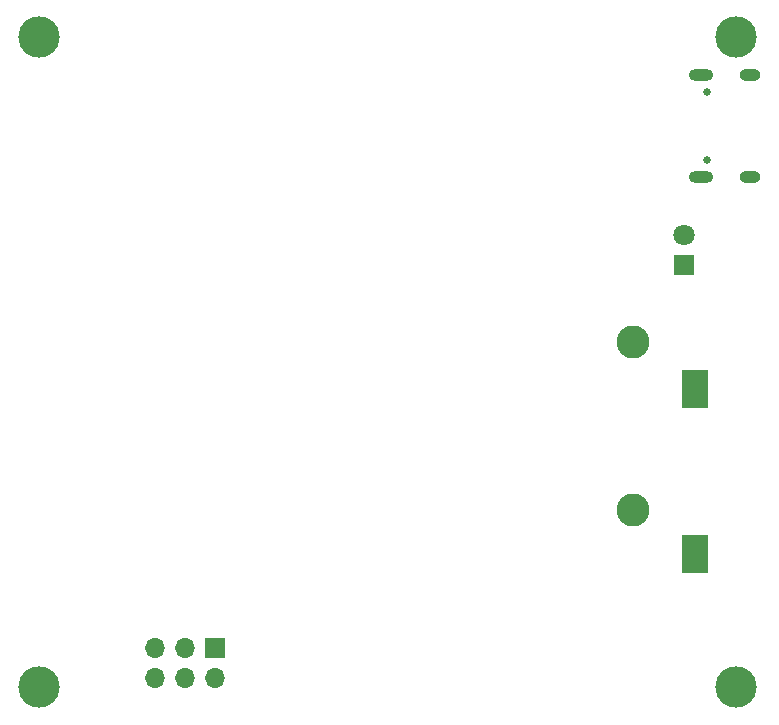
<source format=gbr>
%TF.GenerationSoftware,KiCad,Pcbnew,8.0.0*%
%TF.CreationDate,2024-06-17T16:53:13+02:00*%
%TF.ProjectId,Lucaudio_esp32,4c756361-7564-4696-9f5f-65737033322e,rev?*%
%TF.SameCoordinates,Original*%
%TF.FileFunction,Soldermask,Bot*%
%TF.FilePolarity,Negative*%
%FSLAX46Y46*%
G04 Gerber Fmt 4.6, Leading zero omitted, Abs format (unit mm)*
G04 Created by KiCad (PCBNEW 8.0.0) date 2024-06-17 16:53:13*
%MOMM*%
%LPD*%
G01*
G04 APERTURE LIST*
%ADD10C,2.800000*%
%ADD11R,2.200000X3.200000*%
%ADD12C,3.500000*%
%ADD13R,1.700000X1.700000*%
%ADD14O,1.700000X1.700000*%
%ADD15O,1.800000X1.000000*%
%ADD16O,2.100000X1.000000*%
%ADD17C,0.650000*%
%ADD18R,1.800000X1.800000*%
%ADD19C,1.800000*%
G04 APERTURE END LIST*
D10*
%TO.C,J3*%
X155250000Y-94250000D03*
X155250000Y-108500000D03*
D11*
X160500000Y-112250000D03*
X160500000Y-98250000D03*
%TD*%
D12*
%TO.C,REF\u002A\u002A*%
X105000000Y-123500000D03*
%TD*%
D13*
%TO.C,J2*%
X119847600Y-120213200D03*
D14*
X119847600Y-122753200D03*
X117307600Y-120213200D03*
X117307600Y-122753200D03*
X114767600Y-120213200D03*
X114767600Y-122753200D03*
%TD*%
D12*
%TO.C,REF\u002A\u002A*%
X164000000Y-123500000D03*
%TD*%
D15*
%TO.C,J1*%
X165189200Y-71676800D03*
D16*
X160989200Y-71676800D03*
D15*
X165189200Y-80316800D03*
D16*
X160989200Y-80316800D03*
D17*
X161509200Y-73106800D03*
X161509200Y-78886800D03*
%TD*%
D12*
%TO.C,REF\u002A\u002A*%
X105000000Y-68500000D03*
%TD*%
D18*
%TO.C,LED1*%
X159623400Y-87787800D03*
D19*
X159623400Y-85247800D03*
%TD*%
D12*
%TO.C,REF\u002A\u002A*%
X164000000Y-68500000D03*
%TD*%
M02*

</source>
